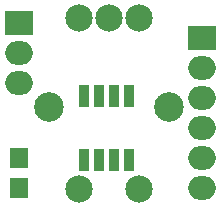
<source format=gbs>
G04 #@! TF.FileFunction,Soldermask,Bot*
%FSLAX46Y46*%
G04 Gerber Fmt 4.6, Leading zero omitted, Abs format (unit mm)*
G04 Created by KiCad (PCBNEW 4.0.1-stable) date 3/1/2016 8:27:16 PM*
%MOMM*%
G01*
G04 APERTURE LIST*
%ADD10C,0.150000*%
%ADD11R,1.554800X1.804800*%
%ADD12C,2.304800*%
%ADD13C,2.504800*%
%ADD14R,2.336800X2.032000*%
%ADD15O,2.336800X2.032000*%
%ADD16R,0.904800X1.854800*%
G04 APERTURE END LIST*
D10*
D11*
X42672000Y-47010000D03*
X42672000Y-49510000D03*
D12*
X47752000Y-35172000D03*
X50292000Y-35172000D03*
X52832000Y-35172000D03*
X52832000Y-49672000D03*
X47752000Y-49672000D03*
D13*
X45192000Y-42672000D03*
X55392000Y-42672000D03*
D14*
X58166000Y-36830000D03*
D15*
X58166000Y-39370000D03*
X58166000Y-41910000D03*
X58166000Y-44450000D03*
X58166000Y-46990000D03*
X58166000Y-49530000D03*
D14*
X42672000Y-35560000D03*
D15*
X42672000Y-38100000D03*
X42672000Y-40640000D03*
D16*
X51943000Y-47150000D03*
X50673000Y-47150000D03*
X49403000Y-47150000D03*
X48133000Y-47150000D03*
X48133000Y-41750000D03*
X49403000Y-41750000D03*
X50673000Y-41750000D03*
X51943000Y-41750000D03*
M02*

</source>
